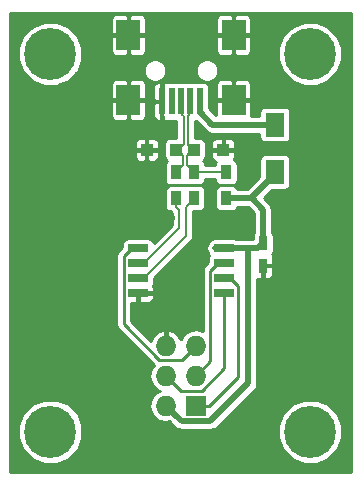
<source format=gtl>
G04 #@! TF.FileFunction,Copper,L1,Top,Signal*
%FSLAX46Y46*%
G04 Gerber Fmt 4.6, Leading zero omitted, Abs format (unit mm)*
G04 Created by KiCad (PCBNEW 4.0.6) date Sunday, July 09, 2017 'PMt' 08:53:28 PM*
%MOMM*%
%LPD*%
G01*
G04 APERTURE LIST*
%ADD10C,0.100000*%
%ADD11C,4.400000*%
%ADD12C,0.600000*%
%ADD13R,0.900000X1.200000*%
%ADD14R,1.600000X2.000000*%
%ADD15R,0.500380X2.301240*%
%ADD16R,1.998980X2.499360*%
%ADD17R,1.700000X0.650000*%
%ADD18R,1.000000X1.000000*%
%ADD19R,0.750000X1.200000*%
%ADD20R,1.727200X1.727200*%
%ADD21O,1.727200X1.727200*%
%ADD22C,0.508000*%
%ADD23C,0.254000*%
%ADD24C,0.177800*%
G04 APERTURE END LIST*
D10*
D11*
X101755000Y-73960000D03*
X79755000Y-73960000D03*
X101755000Y-41960000D03*
D12*
X96255000Y-55960000D03*
D13*
X91895000Y-54200000D03*
X91895000Y-52000000D03*
D12*
X97155000Y-40386000D03*
X97155000Y-45212000D03*
X84455000Y-45720000D03*
X84455000Y-40386000D03*
X93218000Y-51054000D03*
X93218000Y-54356000D03*
X92329000Y-55880000D03*
X90043000Y-55880000D03*
X92329000Y-48260000D03*
X90043000Y-48260000D03*
X87755000Y-63960000D03*
D14*
X98755000Y-51960000D03*
X98755000Y-47960000D03*
D15*
X92405200Y-45994320D03*
X91605100Y-45994320D03*
X90805000Y-45994320D03*
X90004900Y-45994320D03*
X89204800Y-45994320D03*
D16*
X95255080Y-45895260D03*
X95255080Y-40396160D03*
X86354920Y-45895260D03*
X86354920Y-40396160D03*
D17*
X87155000Y-58420000D03*
X87155000Y-59690000D03*
X87155000Y-60960000D03*
X87155000Y-62230000D03*
X94455000Y-62230000D03*
X94455000Y-60960000D03*
X94455000Y-59690000D03*
X94455000Y-58420000D03*
D18*
X91895000Y-50100000D03*
X94395000Y-50100000D03*
X90395000Y-50100000D03*
X87895000Y-50100000D03*
D13*
X90395000Y-54200000D03*
X90395000Y-52000000D03*
X94645000Y-54200000D03*
X94645000Y-52000000D03*
D19*
X97755000Y-58010000D03*
X97755000Y-59910000D03*
D20*
X92075000Y-71755000D03*
D21*
X89535000Y-71755000D03*
X92075000Y-69215000D03*
X89535000Y-69215000D03*
X92075000Y-66675000D03*
X89535000Y-66675000D03*
D11*
X79755000Y-41960000D03*
D22*
X96520000Y-58420000D02*
X97345000Y-58420000D01*
X90855801Y-73075801D02*
X90398599Y-72618599D01*
X94455000Y-58420000D02*
X96520000Y-58420000D01*
X96520000Y-58420000D02*
X96520000Y-69860162D01*
X96520000Y-69860162D02*
X93304361Y-73075801D01*
X93304361Y-73075801D02*
X90855801Y-73075801D01*
X90398599Y-72618599D02*
X89535000Y-71755000D01*
X96795000Y-54200000D02*
X96795000Y-54120000D01*
X96795000Y-54120000D02*
X98755000Y-52160000D01*
X98755000Y-52160000D02*
X98755000Y-51960000D01*
X93727038Y-58420000D02*
X94455000Y-58420000D01*
X96795000Y-54200000D02*
X97755000Y-55160000D01*
X97755000Y-55160000D02*
X97755000Y-58010000D01*
X97345000Y-58420000D02*
X97755000Y-58010000D01*
X94645000Y-54200000D02*
X96795000Y-54200000D01*
D23*
X89204800Y-45994320D02*
X86453980Y-45994320D01*
X86453980Y-45994320D02*
X86354920Y-45895260D01*
X87895000Y-50100000D02*
X87895000Y-51446000D01*
X87895000Y-51446000D02*
X89535000Y-53086000D01*
X89535000Y-53086000D02*
X95885000Y-53086000D01*
X94395000Y-50100000D02*
X95532435Y-50100000D01*
X95532435Y-50100000D02*
X95885000Y-50452565D01*
X95885000Y-50452565D02*
X95885000Y-53086000D01*
X95885000Y-53086000D02*
X93345000Y-53086000D01*
D24*
X90805000Y-45994320D02*
X90928867Y-46118187D01*
X90928867Y-46118187D02*
X90928867Y-47135693D01*
X90928867Y-47135693D02*
X91022946Y-47229772D01*
X91022946Y-47229772D02*
X91022946Y-49588497D01*
X91022946Y-49588497D02*
X90511443Y-50100000D01*
X90511443Y-50100000D02*
X90395000Y-50100000D01*
X90395000Y-50100000D02*
X90510876Y-50100000D01*
X90510876Y-50100000D02*
X90956792Y-50545916D01*
X90956792Y-50545916D02*
X90956792Y-51412634D01*
X90956792Y-51412634D02*
X90395000Y-51974426D01*
X90395000Y-51974426D02*
X90395000Y-52000000D01*
X91605100Y-45994320D02*
X91605100Y-47010096D01*
X91605100Y-47010096D02*
X91397576Y-47217620D01*
X91397576Y-47217620D02*
X91397576Y-49712343D01*
X91895000Y-52000000D02*
X94645000Y-52000000D01*
X91397576Y-49712343D02*
X91785233Y-50100000D01*
X91785233Y-50100000D02*
X91895000Y-50100000D01*
X91895000Y-50100000D02*
X91794237Y-50100000D01*
X91794237Y-50100000D02*
X91314857Y-50579380D01*
X91895000Y-51976045D02*
X91895000Y-52000000D01*
X91314857Y-50579380D02*
X91314857Y-51395902D01*
X91314857Y-51395902D02*
X91895000Y-51976045D01*
D22*
X92405200Y-45994320D02*
X92405200Y-46894750D01*
X92405200Y-46894750D02*
X93470450Y-47960000D01*
X93470450Y-47960000D02*
X98755000Y-47960000D01*
X92405200Y-45994320D02*
X92405200Y-45678768D01*
D23*
X92075000Y-66675000D02*
X90881199Y-67868801D01*
X90881199Y-67868801D02*
X88961975Y-67868801D01*
X88961975Y-67868801D02*
X85974799Y-64881625D01*
X85974799Y-64881625D02*
X85974799Y-59075201D01*
X85974799Y-59075201D02*
X86630000Y-58420000D01*
X86630000Y-58420000D02*
X87155000Y-58420000D01*
D24*
X87155000Y-59690000D02*
X87680000Y-59690000D01*
X87680000Y-59690000D02*
X90635101Y-56734899D01*
X90635101Y-56734899D02*
X90635101Y-55217901D01*
X90635101Y-55217901D02*
X90395000Y-54977800D01*
X90395000Y-54977800D02*
X90395000Y-54200000D01*
X87155000Y-60960000D02*
X87680000Y-60960000D01*
X87680000Y-60960000D02*
X91267200Y-57372800D01*
X91267200Y-57372800D02*
X91267200Y-54977800D01*
X91267200Y-54977800D02*
X91895000Y-54350000D01*
X91895000Y-54350000D02*
X91895000Y-54200000D01*
D23*
X94455000Y-62230000D02*
X94455000Y-68601826D01*
X94455000Y-68601826D02*
X92571826Y-70485000D01*
X90805000Y-70485000D02*
X90398599Y-70078599D01*
X92571826Y-70485000D02*
X90805000Y-70485000D01*
X90398599Y-70078599D02*
X89535000Y-69215000D01*
X89382600Y-69215000D02*
X89611199Y-68986401D01*
X92075000Y-71755000D02*
X93192600Y-71755000D01*
X93192600Y-71755000D02*
X95635201Y-69312399D01*
X95635201Y-69312399D02*
X95635201Y-61615201D01*
X95635201Y-61615201D02*
X94980000Y-60960000D01*
X94980000Y-60960000D02*
X94455000Y-60960000D01*
X93930000Y-60960000D02*
X94455000Y-60960000D01*
X92075000Y-69215000D02*
X93274799Y-68015201D01*
X93274799Y-68015201D02*
X93274799Y-60345201D01*
X93274799Y-60345201D02*
X93930000Y-59690000D01*
X93930000Y-59690000D02*
X94455000Y-59690000D01*
X94980000Y-59690000D02*
X94455000Y-59690000D01*
G36*
X105172000Y-77377000D02*
X76338000Y-77377000D01*
X76338000Y-74496291D01*
X77046531Y-74496291D01*
X77457931Y-75491955D01*
X78219038Y-76254392D01*
X79213982Y-76667529D01*
X80291291Y-76668469D01*
X81286955Y-76257069D01*
X82049392Y-75495962D01*
X82462529Y-74501018D01*
X82462533Y-74496291D01*
X99046531Y-74496291D01*
X99457931Y-75491955D01*
X100219038Y-76254392D01*
X101213982Y-76667529D01*
X102291291Y-76668469D01*
X103286955Y-76257069D01*
X104049392Y-75495962D01*
X104462529Y-74501018D01*
X104463469Y-73423709D01*
X104052069Y-72428045D01*
X103290962Y-71665608D01*
X102296018Y-71252471D01*
X101218709Y-71251531D01*
X100223045Y-71662931D01*
X99460608Y-72424038D01*
X99047471Y-73418982D01*
X99046531Y-74496291D01*
X82462533Y-74496291D01*
X82463469Y-73423709D01*
X82052069Y-72428045D01*
X81290962Y-71665608D01*
X80296018Y-71252471D01*
X79218709Y-71251531D01*
X78223045Y-71662931D01*
X77460608Y-72424038D01*
X77047471Y-73418982D01*
X77046531Y-74496291D01*
X76338000Y-74496291D01*
X76338000Y-59075201D01*
X85339799Y-59075201D01*
X85339799Y-64881625D01*
X85388135Y-65124629D01*
X85525786Y-65330638D01*
X88499015Y-68303867D01*
X88240936Y-68690111D01*
X88136529Y-69215000D01*
X88240936Y-69739889D01*
X88538261Y-70184868D01*
X88983240Y-70482193D01*
X88997352Y-70485000D01*
X88983240Y-70487807D01*
X88538261Y-70785132D01*
X88240936Y-71230111D01*
X88136529Y-71755000D01*
X88240936Y-72279889D01*
X88538261Y-72724868D01*
X88983240Y-73022193D01*
X89508129Y-73126600D01*
X89561871Y-73126600D01*
X89784655Y-73082286D01*
X89859783Y-73157414D01*
X89859786Y-73157416D01*
X90316985Y-73614616D01*
X90564196Y-73779797D01*
X90855801Y-73837801D01*
X93304361Y-73837801D01*
X93595966Y-73779797D01*
X93843176Y-73614616D01*
X97058815Y-70398978D01*
X97223996Y-70151767D01*
X97264647Y-69947399D01*
X97282000Y-69860162D01*
X97282000Y-61018000D01*
X97564500Y-61018000D01*
X97691500Y-60891000D01*
X97691500Y-59973500D01*
X97818500Y-59973500D01*
X97818500Y-60891000D01*
X97945500Y-61018000D01*
X98231048Y-61018000D01*
X98417759Y-60940661D01*
X98560662Y-60797758D01*
X98638000Y-60611047D01*
X98638000Y-60100500D01*
X98511000Y-59973500D01*
X97818500Y-59973500D01*
X97691500Y-59973500D01*
X97671500Y-59973500D01*
X97671500Y-59846500D01*
X97691500Y-59846500D01*
X97691500Y-59826500D01*
X97818500Y-59826500D01*
X97818500Y-59846500D01*
X98511000Y-59846500D01*
X98638000Y-59719500D01*
X98638000Y-59208953D01*
X98560662Y-59022242D01*
X98502738Y-58964318D01*
X98607145Y-58811512D01*
X98647952Y-58610000D01*
X98647952Y-57410000D01*
X98612530Y-57221747D01*
X98517000Y-57073289D01*
X98517000Y-55160000D01*
X98458996Y-54868395D01*
X98293815Y-54621185D01*
X97832630Y-54160000D01*
X98514679Y-53477952D01*
X99555000Y-53477952D01*
X99743253Y-53442530D01*
X99916153Y-53331272D01*
X100032145Y-53161512D01*
X100072952Y-52960000D01*
X100072952Y-50960000D01*
X100037530Y-50771747D01*
X99926272Y-50598847D01*
X99756512Y-50482855D01*
X99555000Y-50442048D01*
X97955000Y-50442048D01*
X97766747Y-50477470D01*
X97593847Y-50588728D01*
X97477855Y-50758488D01*
X97437048Y-50960000D01*
X97437048Y-52400321D01*
X96399370Y-53438000D01*
X95582470Y-53438000D01*
X95577530Y-53411747D01*
X95466272Y-53238847D01*
X95296512Y-53122855D01*
X95186905Y-53100659D01*
X95283253Y-53082530D01*
X95456153Y-52971272D01*
X95572145Y-52801512D01*
X95612952Y-52600000D01*
X95612952Y-51400000D01*
X95577530Y-51211747D01*
X95466272Y-51038847D01*
X95296512Y-50922855D01*
X95291566Y-50921854D01*
X95325661Y-50887759D01*
X95403000Y-50701048D01*
X95403000Y-50290500D01*
X95276000Y-50163500D01*
X94458500Y-50163500D01*
X94458500Y-50183500D01*
X94331500Y-50183500D01*
X94331500Y-50163500D01*
X93514000Y-50163500D01*
X93387000Y-50290500D01*
X93387000Y-50701048D01*
X93464339Y-50887759D01*
X93607242Y-51030662D01*
X93782831Y-51103393D01*
X93717855Y-51198488D01*
X93677048Y-51400000D01*
X93677048Y-51403100D01*
X92862952Y-51403100D01*
X92862952Y-51400000D01*
X92827530Y-51211747D01*
X92716272Y-51038847D01*
X92684682Y-51017262D01*
X92756153Y-50971272D01*
X92872145Y-50801512D01*
X92912952Y-50600000D01*
X92912952Y-49600000D01*
X92893939Y-49498952D01*
X93387000Y-49498952D01*
X93387000Y-49909500D01*
X93514000Y-50036500D01*
X94331500Y-50036500D01*
X94331500Y-49219000D01*
X94458500Y-49219000D01*
X94458500Y-50036500D01*
X95276000Y-50036500D01*
X95403000Y-49909500D01*
X95403000Y-49498952D01*
X95325661Y-49312241D01*
X95182758Y-49169338D01*
X94996047Y-49092000D01*
X94585500Y-49092000D01*
X94458500Y-49219000D01*
X94331500Y-49219000D01*
X94204500Y-49092000D01*
X93793953Y-49092000D01*
X93607242Y-49169338D01*
X93464339Y-49312241D01*
X93387000Y-49498952D01*
X92893939Y-49498952D01*
X92877530Y-49411747D01*
X92766272Y-49238847D01*
X92596512Y-49122855D01*
X92395000Y-49082048D01*
X91994476Y-49082048D01*
X91994476Y-47636703D01*
X92010652Y-47633659D01*
X92080655Y-47647835D01*
X92931635Y-48498815D01*
X93178845Y-48663996D01*
X93470450Y-48722000D01*
X97437048Y-48722000D01*
X97437048Y-48960000D01*
X97472470Y-49148253D01*
X97583728Y-49321153D01*
X97753488Y-49437145D01*
X97955000Y-49477952D01*
X99555000Y-49477952D01*
X99743253Y-49442530D01*
X99916153Y-49331272D01*
X100032145Y-49161512D01*
X100072952Y-48960000D01*
X100072952Y-46960000D01*
X100037530Y-46771747D01*
X99926272Y-46598847D01*
X99756512Y-46482855D01*
X99555000Y-46442048D01*
X97955000Y-46442048D01*
X97766747Y-46477470D01*
X97593847Y-46588728D01*
X97477855Y-46758488D01*
X97437048Y-46960000D01*
X97437048Y-47198000D01*
X96762570Y-47198000D01*
X96762570Y-46085760D01*
X96635570Y-45958760D01*
X95318580Y-45958760D01*
X95318580Y-45978760D01*
X95191580Y-45978760D01*
X95191580Y-45958760D01*
X93874590Y-45958760D01*
X93747590Y-46085760D01*
X93747590Y-47159510D01*
X93173342Y-46585262D01*
X93173342Y-44843700D01*
X93137920Y-44655447D01*
X93066549Y-44544533D01*
X93747590Y-44544533D01*
X93747590Y-45704760D01*
X93874590Y-45831760D01*
X95191580Y-45831760D01*
X95191580Y-44264580D01*
X95318580Y-44264580D01*
X95318580Y-45831760D01*
X96635570Y-45831760D01*
X96762570Y-45704760D01*
X96762570Y-44544533D01*
X96685232Y-44357822D01*
X96542329Y-44214919D01*
X96355618Y-44137580D01*
X95445580Y-44137580D01*
X95318580Y-44264580D01*
X95191580Y-44264580D01*
X95064580Y-44137580D01*
X94154542Y-44137580D01*
X93967831Y-44214919D01*
X93824928Y-44357822D01*
X93747590Y-44544533D01*
X93066549Y-44544533D01*
X93026662Y-44482547D01*
X92856902Y-44366555D01*
X92655390Y-44325748D01*
X92155010Y-44325748D01*
X91999648Y-44354981D01*
X91855290Y-44325748D01*
X91354910Y-44325748D01*
X91199548Y-44354981D01*
X91055190Y-44325748D01*
X90554810Y-44325748D01*
X90399448Y-44354981D01*
X90255090Y-44325748D01*
X89754710Y-44325748D01*
X89601575Y-44354562D01*
X89556038Y-44335700D01*
X89395300Y-44335700D01*
X89268300Y-44462700D01*
X89268300Y-44687940D01*
X89236758Y-44843700D01*
X89236758Y-47144940D01*
X89268300Y-47312572D01*
X89268300Y-47525940D01*
X89395300Y-47652940D01*
X89556038Y-47652940D01*
X89605136Y-47632603D01*
X89754710Y-47662892D01*
X90255090Y-47662892D01*
X90410452Y-47633659D01*
X90426046Y-47636817D01*
X90426046Y-49082048D01*
X89895000Y-49082048D01*
X89706747Y-49117470D01*
X89533847Y-49228728D01*
X89417855Y-49398488D01*
X89377048Y-49600000D01*
X89377048Y-50600000D01*
X89412470Y-50788253D01*
X89523728Y-50961153D01*
X89603819Y-51015877D01*
X89583847Y-51028728D01*
X89467855Y-51198488D01*
X89427048Y-51400000D01*
X89427048Y-52600000D01*
X89462470Y-52788253D01*
X89573728Y-52961153D01*
X89743488Y-53077145D01*
X89853095Y-53099341D01*
X89756747Y-53117470D01*
X89583847Y-53228728D01*
X89467855Y-53398488D01*
X89427048Y-53600000D01*
X89427048Y-54800000D01*
X89462470Y-54988253D01*
X89573728Y-55161153D01*
X89743488Y-55277145D01*
X89913995Y-55311673D01*
X89972928Y-55399872D01*
X90038201Y-55465145D01*
X90038201Y-56487655D01*
X88508367Y-58017489D01*
X88487530Y-57906747D01*
X88376272Y-57733847D01*
X88206512Y-57617855D01*
X88005000Y-57577048D01*
X86305000Y-57577048D01*
X86116747Y-57612470D01*
X85943847Y-57723728D01*
X85827855Y-57893488D01*
X85787048Y-58095000D01*
X85787048Y-58364926D01*
X85525786Y-58626188D01*
X85388135Y-58832197D01*
X85339799Y-59075201D01*
X76338000Y-59075201D01*
X76338000Y-50290500D01*
X86887000Y-50290500D01*
X86887000Y-50701048D01*
X86964339Y-50887759D01*
X87107242Y-51030662D01*
X87293953Y-51108000D01*
X87704500Y-51108000D01*
X87831500Y-50981000D01*
X87831500Y-50163500D01*
X87958500Y-50163500D01*
X87958500Y-50981000D01*
X88085500Y-51108000D01*
X88496047Y-51108000D01*
X88682758Y-51030662D01*
X88825661Y-50887759D01*
X88903000Y-50701048D01*
X88903000Y-50290500D01*
X88776000Y-50163500D01*
X87958500Y-50163500D01*
X87831500Y-50163500D01*
X87014000Y-50163500D01*
X86887000Y-50290500D01*
X76338000Y-50290500D01*
X76338000Y-49498952D01*
X86887000Y-49498952D01*
X86887000Y-49909500D01*
X87014000Y-50036500D01*
X87831500Y-50036500D01*
X87831500Y-49219000D01*
X87958500Y-49219000D01*
X87958500Y-50036500D01*
X88776000Y-50036500D01*
X88903000Y-49909500D01*
X88903000Y-49498952D01*
X88825661Y-49312241D01*
X88682758Y-49169338D01*
X88496047Y-49092000D01*
X88085500Y-49092000D01*
X87958500Y-49219000D01*
X87831500Y-49219000D01*
X87704500Y-49092000D01*
X87293953Y-49092000D01*
X87107242Y-49169338D01*
X86964339Y-49312241D01*
X86887000Y-49498952D01*
X76338000Y-49498952D01*
X76338000Y-46085760D01*
X84847430Y-46085760D01*
X84847430Y-47245987D01*
X84924768Y-47432698D01*
X85067671Y-47575601D01*
X85254382Y-47652940D01*
X86164420Y-47652940D01*
X86291420Y-47525940D01*
X86291420Y-45958760D01*
X86418420Y-45958760D01*
X86418420Y-47525940D01*
X86545420Y-47652940D01*
X87455458Y-47652940D01*
X87642169Y-47575601D01*
X87785072Y-47432698D01*
X87862410Y-47245987D01*
X87862410Y-46184820D01*
X88446610Y-46184820D01*
X88446610Y-47245987D01*
X88523948Y-47432698D01*
X88666851Y-47575601D01*
X88853562Y-47652940D01*
X89014300Y-47652940D01*
X89141300Y-47525940D01*
X89141300Y-46057820D01*
X88573610Y-46057820D01*
X88446610Y-46184820D01*
X87862410Y-46184820D01*
X87862410Y-46085760D01*
X87735410Y-45958760D01*
X86418420Y-45958760D01*
X86291420Y-45958760D01*
X84974430Y-45958760D01*
X84847430Y-46085760D01*
X76338000Y-46085760D01*
X76338000Y-42496291D01*
X77046531Y-42496291D01*
X77457931Y-43491955D01*
X78219038Y-44254392D01*
X79213982Y-44667529D01*
X80291291Y-44668469D01*
X80591239Y-44544533D01*
X84847430Y-44544533D01*
X84847430Y-45704760D01*
X84974430Y-45831760D01*
X86291420Y-45831760D01*
X86291420Y-44264580D01*
X86418420Y-44264580D01*
X86418420Y-45831760D01*
X87735410Y-45831760D01*
X87862410Y-45704760D01*
X87862410Y-44742653D01*
X88446610Y-44742653D01*
X88446610Y-45803820D01*
X88573610Y-45930820D01*
X89141300Y-45930820D01*
X89141300Y-44462700D01*
X89014300Y-44335700D01*
X88853562Y-44335700D01*
X88666851Y-44413039D01*
X88523948Y-44555942D01*
X88446610Y-44742653D01*
X87862410Y-44742653D01*
X87862410Y-44544533D01*
X87785072Y-44357822D01*
X87642169Y-44214919D01*
X87455458Y-44137580D01*
X86545420Y-44137580D01*
X86418420Y-44264580D01*
X86291420Y-44264580D01*
X86164420Y-44137580D01*
X85254382Y-44137580D01*
X85067671Y-44214919D01*
X84924768Y-44357822D01*
X84847430Y-44544533D01*
X80591239Y-44544533D01*
X81286955Y-44257069D01*
X81959658Y-43585539D01*
X87647614Y-43585539D01*
X87793090Y-43937617D01*
X88062226Y-44207223D01*
X88414050Y-44353313D01*
X88794999Y-44353646D01*
X89147077Y-44208170D01*
X89416683Y-43939034D01*
X89562773Y-43587210D01*
X89562774Y-43585539D01*
X92046894Y-43585539D01*
X92192370Y-43937617D01*
X92461506Y-44207223D01*
X92813330Y-44353313D01*
X93194279Y-44353646D01*
X93546357Y-44208170D01*
X93815963Y-43939034D01*
X93962053Y-43587210D01*
X93962386Y-43206261D01*
X93816910Y-42854183D01*
X93547774Y-42584577D01*
X93335158Y-42496291D01*
X99046531Y-42496291D01*
X99457931Y-43491955D01*
X100219038Y-44254392D01*
X101213982Y-44667529D01*
X102291291Y-44668469D01*
X103286955Y-44257069D01*
X104049392Y-43495962D01*
X104462529Y-42501018D01*
X104463469Y-41423709D01*
X104052069Y-40428045D01*
X103290962Y-39665608D01*
X102296018Y-39252471D01*
X101218709Y-39251531D01*
X100223045Y-39662931D01*
X99460608Y-40424038D01*
X99047471Y-41418982D01*
X99046531Y-42496291D01*
X93335158Y-42496291D01*
X93195950Y-42438487D01*
X92815001Y-42438154D01*
X92462923Y-42583630D01*
X92193317Y-42852766D01*
X92047227Y-43204590D01*
X92046894Y-43585539D01*
X89562774Y-43585539D01*
X89563106Y-43206261D01*
X89417630Y-42854183D01*
X89148494Y-42584577D01*
X88796670Y-42438487D01*
X88415721Y-42438154D01*
X88063643Y-42583630D01*
X87794037Y-42852766D01*
X87647947Y-43204590D01*
X87647614Y-43585539D01*
X81959658Y-43585539D01*
X82049392Y-43495962D01*
X82462529Y-42501018D01*
X82463469Y-41423709D01*
X82117608Y-40586660D01*
X84847430Y-40586660D01*
X84847430Y-41746887D01*
X84924768Y-41933598D01*
X85067671Y-42076501D01*
X85254382Y-42153840D01*
X86164420Y-42153840D01*
X86291420Y-42026840D01*
X86291420Y-40459660D01*
X86418420Y-40459660D01*
X86418420Y-42026840D01*
X86545420Y-42153840D01*
X87455458Y-42153840D01*
X87642169Y-42076501D01*
X87785072Y-41933598D01*
X87862410Y-41746887D01*
X87862410Y-40586660D01*
X93747590Y-40586660D01*
X93747590Y-41746887D01*
X93824928Y-41933598D01*
X93967831Y-42076501D01*
X94154542Y-42153840D01*
X95064580Y-42153840D01*
X95191580Y-42026840D01*
X95191580Y-40459660D01*
X95318580Y-40459660D01*
X95318580Y-42026840D01*
X95445580Y-42153840D01*
X96355618Y-42153840D01*
X96542329Y-42076501D01*
X96685232Y-41933598D01*
X96762570Y-41746887D01*
X96762570Y-40586660D01*
X96635570Y-40459660D01*
X95318580Y-40459660D01*
X95191580Y-40459660D01*
X93874590Y-40459660D01*
X93747590Y-40586660D01*
X87862410Y-40586660D01*
X87735410Y-40459660D01*
X86418420Y-40459660D01*
X86291420Y-40459660D01*
X84974430Y-40459660D01*
X84847430Y-40586660D01*
X82117608Y-40586660D01*
X82052069Y-40428045D01*
X81290962Y-39665608D01*
X80296018Y-39252471D01*
X79218709Y-39251531D01*
X78223045Y-39662931D01*
X77460608Y-40424038D01*
X77047471Y-41418982D01*
X77046531Y-42496291D01*
X76338000Y-42496291D01*
X76338000Y-39045433D01*
X84847430Y-39045433D01*
X84847430Y-40205660D01*
X84974430Y-40332660D01*
X86291420Y-40332660D01*
X86291420Y-38765480D01*
X86418420Y-38765480D01*
X86418420Y-40332660D01*
X87735410Y-40332660D01*
X87862410Y-40205660D01*
X87862410Y-39045433D01*
X93747590Y-39045433D01*
X93747590Y-40205660D01*
X93874590Y-40332660D01*
X95191580Y-40332660D01*
X95191580Y-38765480D01*
X95318580Y-38765480D01*
X95318580Y-40332660D01*
X96635570Y-40332660D01*
X96762570Y-40205660D01*
X96762570Y-39045433D01*
X96685232Y-38858722D01*
X96542329Y-38715819D01*
X96355618Y-38638480D01*
X95445580Y-38638480D01*
X95318580Y-38765480D01*
X95191580Y-38765480D01*
X95064580Y-38638480D01*
X94154542Y-38638480D01*
X93967831Y-38715819D01*
X93824928Y-38858722D01*
X93747590Y-39045433D01*
X87862410Y-39045433D01*
X87785072Y-38858722D01*
X87642169Y-38715819D01*
X87455458Y-38638480D01*
X86545420Y-38638480D01*
X86418420Y-38765480D01*
X86291420Y-38765480D01*
X86164420Y-38638480D01*
X85254382Y-38638480D01*
X85067671Y-38715819D01*
X84924768Y-38858722D01*
X84847430Y-39045433D01*
X76338000Y-39045433D01*
X76338000Y-38543000D01*
X105172000Y-38543000D01*
X105172000Y-77377000D01*
X105172000Y-77377000D01*
G37*
X105172000Y-77377000D02*
X76338000Y-77377000D01*
X76338000Y-74496291D01*
X77046531Y-74496291D01*
X77457931Y-75491955D01*
X78219038Y-76254392D01*
X79213982Y-76667529D01*
X80291291Y-76668469D01*
X81286955Y-76257069D01*
X82049392Y-75495962D01*
X82462529Y-74501018D01*
X82462533Y-74496291D01*
X99046531Y-74496291D01*
X99457931Y-75491955D01*
X100219038Y-76254392D01*
X101213982Y-76667529D01*
X102291291Y-76668469D01*
X103286955Y-76257069D01*
X104049392Y-75495962D01*
X104462529Y-74501018D01*
X104463469Y-73423709D01*
X104052069Y-72428045D01*
X103290962Y-71665608D01*
X102296018Y-71252471D01*
X101218709Y-71251531D01*
X100223045Y-71662931D01*
X99460608Y-72424038D01*
X99047471Y-73418982D01*
X99046531Y-74496291D01*
X82462533Y-74496291D01*
X82463469Y-73423709D01*
X82052069Y-72428045D01*
X81290962Y-71665608D01*
X80296018Y-71252471D01*
X79218709Y-71251531D01*
X78223045Y-71662931D01*
X77460608Y-72424038D01*
X77047471Y-73418982D01*
X77046531Y-74496291D01*
X76338000Y-74496291D01*
X76338000Y-59075201D01*
X85339799Y-59075201D01*
X85339799Y-64881625D01*
X85388135Y-65124629D01*
X85525786Y-65330638D01*
X88499015Y-68303867D01*
X88240936Y-68690111D01*
X88136529Y-69215000D01*
X88240936Y-69739889D01*
X88538261Y-70184868D01*
X88983240Y-70482193D01*
X88997352Y-70485000D01*
X88983240Y-70487807D01*
X88538261Y-70785132D01*
X88240936Y-71230111D01*
X88136529Y-71755000D01*
X88240936Y-72279889D01*
X88538261Y-72724868D01*
X88983240Y-73022193D01*
X89508129Y-73126600D01*
X89561871Y-73126600D01*
X89784655Y-73082286D01*
X89859783Y-73157414D01*
X89859786Y-73157416D01*
X90316985Y-73614616D01*
X90564196Y-73779797D01*
X90855801Y-73837801D01*
X93304361Y-73837801D01*
X93595966Y-73779797D01*
X93843176Y-73614616D01*
X97058815Y-70398978D01*
X97223996Y-70151767D01*
X97264647Y-69947399D01*
X97282000Y-69860162D01*
X97282000Y-61018000D01*
X97564500Y-61018000D01*
X97691500Y-60891000D01*
X97691500Y-59973500D01*
X97818500Y-59973500D01*
X97818500Y-60891000D01*
X97945500Y-61018000D01*
X98231048Y-61018000D01*
X98417759Y-60940661D01*
X98560662Y-60797758D01*
X98638000Y-60611047D01*
X98638000Y-60100500D01*
X98511000Y-59973500D01*
X97818500Y-59973500D01*
X97691500Y-59973500D01*
X97671500Y-59973500D01*
X97671500Y-59846500D01*
X97691500Y-59846500D01*
X97691500Y-59826500D01*
X97818500Y-59826500D01*
X97818500Y-59846500D01*
X98511000Y-59846500D01*
X98638000Y-59719500D01*
X98638000Y-59208953D01*
X98560662Y-59022242D01*
X98502738Y-58964318D01*
X98607145Y-58811512D01*
X98647952Y-58610000D01*
X98647952Y-57410000D01*
X98612530Y-57221747D01*
X98517000Y-57073289D01*
X98517000Y-55160000D01*
X98458996Y-54868395D01*
X98293815Y-54621185D01*
X97832630Y-54160000D01*
X98514679Y-53477952D01*
X99555000Y-53477952D01*
X99743253Y-53442530D01*
X99916153Y-53331272D01*
X100032145Y-53161512D01*
X100072952Y-52960000D01*
X100072952Y-50960000D01*
X100037530Y-50771747D01*
X99926272Y-50598847D01*
X99756512Y-50482855D01*
X99555000Y-50442048D01*
X97955000Y-50442048D01*
X97766747Y-50477470D01*
X97593847Y-50588728D01*
X97477855Y-50758488D01*
X97437048Y-50960000D01*
X97437048Y-52400321D01*
X96399370Y-53438000D01*
X95582470Y-53438000D01*
X95577530Y-53411747D01*
X95466272Y-53238847D01*
X95296512Y-53122855D01*
X95186905Y-53100659D01*
X95283253Y-53082530D01*
X95456153Y-52971272D01*
X95572145Y-52801512D01*
X95612952Y-52600000D01*
X95612952Y-51400000D01*
X95577530Y-51211747D01*
X95466272Y-51038847D01*
X95296512Y-50922855D01*
X95291566Y-50921854D01*
X95325661Y-50887759D01*
X95403000Y-50701048D01*
X95403000Y-50290500D01*
X95276000Y-50163500D01*
X94458500Y-50163500D01*
X94458500Y-50183500D01*
X94331500Y-50183500D01*
X94331500Y-50163500D01*
X93514000Y-50163500D01*
X93387000Y-50290500D01*
X93387000Y-50701048D01*
X93464339Y-50887759D01*
X93607242Y-51030662D01*
X93782831Y-51103393D01*
X93717855Y-51198488D01*
X93677048Y-51400000D01*
X93677048Y-51403100D01*
X92862952Y-51403100D01*
X92862952Y-51400000D01*
X92827530Y-51211747D01*
X92716272Y-51038847D01*
X92684682Y-51017262D01*
X92756153Y-50971272D01*
X92872145Y-50801512D01*
X92912952Y-50600000D01*
X92912952Y-49600000D01*
X92893939Y-49498952D01*
X93387000Y-49498952D01*
X93387000Y-49909500D01*
X93514000Y-50036500D01*
X94331500Y-50036500D01*
X94331500Y-49219000D01*
X94458500Y-49219000D01*
X94458500Y-50036500D01*
X95276000Y-50036500D01*
X95403000Y-49909500D01*
X95403000Y-49498952D01*
X95325661Y-49312241D01*
X95182758Y-49169338D01*
X94996047Y-49092000D01*
X94585500Y-49092000D01*
X94458500Y-49219000D01*
X94331500Y-49219000D01*
X94204500Y-49092000D01*
X93793953Y-49092000D01*
X93607242Y-49169338D01*
X93464339Y-49312241D01*
X93387000Y-49498952D01*
X92893939Y-49498952D01*
X92877530Y-49411747D01*
X92766272Y-49238847D01*
X92596512Y-49122855D01*
X92395000Y-49082048D01*
X91994476Y-49082048D01*
X91994476Y-47636703D01*
X92010652Y-47633659D01*
X92080655Y-47647835D01*
X92931635Y-48498815D01*
X93178845Y-48663996D01*
X93470450Y-48722000D01*
X97437048Y-48722000D01*
X97437048Y-48960000D01*
X97472470Y-49148253D01*
X97583728Y-49321153D01*
X97753488Y-49437145D01*
X97955000Y-49477952D01*
X99555000Y-49477952D01*
X99743253Y-49442530D01*
X99916153Y-49331272D01*
X100032145Y-49161512D01*
X100072952Y-48960000D01*
X100072952Y-46960000D01*
X100037530Y-46771747D01*
X99926272Y-46598847D01*
X99756512Y-46482855D01*
X99555000Y-46442048D01*
X97955000Y-46442048D01*
X97766747Y-46477470D01*
X97593847Y-46588728D01*
X97477855Y-46758488D01*
X97437048Y-46960000D01*
X97437048Y-47198000D01*
X96762570Y-47198000D01*
X96762570Y-46085760D01*
X96635570Y-45958760D01*
X95318580Y-45958760D01*
X95318580Y-45978760D01*
X95191580Y-45978760D01*
X95191580Y-45958760D01*
X93874590Y-45958760D01*
X93747590Y-46085760D01*
X93747590Y-47159510D01*
X93173342Y-46585262D01*
X93173342Y-44843700D01*
X93137920Y-44655447D01*
X93066549Y-44544533D01*
X93747590Y-44544533D01*
X93747590Y-45704760D01*
X93874590Y-45831760D01*
X95191580Y-45831760D01*
X95191580Y-44264580D01*
X95318580Y-44264580D01*
X95318580Y-45831760D01*
X96635570Y-45831760D01*
X96762570Y-45704760D01*
X96762570Y-44544533D01*
X96685232Y-44357822D01*
X96542329Y-44214919D01*
X96355618Y-44137580D01*
X95445580Y-44137580D01*
X95318580Y-44264580D01*
X95191580Y-44264580D01*
X95064580Y-44137580D01*
X94154542Y-44137580D01*
X93967831Y-44214919D01*
X93824928Y-44357822D01*
X93747590Y-44544533D01*
X93066549Y-44544533D01*
X93026662Y-44482547D01*
X92856902Y-44366555D01*
X92655390Y-44325748D01*
X92155010Y-44325748D01*
X91999648Y-44354981D01*
X91855290Y-44325748D01*
X91354910Y-44325748D01*
X91199548Y-44354981D01*
X91055190Y-44325748D01*
X90554810Y-44325748D01*
X90399448Y-44354981D01*
X90255090Y-44325748D01*
X89754710Y-44325748D01*
X89601575Y-44354562D01*
X89556038Y-44335700D01*
X89395300Y-44335700D01*
X89268300Y-44462700D01*
X89268300Y-44687940D01*
X89236758Y-44843700D01*
X89236758Y-47144940D01*
X89268300Y-47312572D01*
X89268300Y-47525940D01*
X89395300Y-47652940D01*
X89556038Y-47652940D01*
X89605136Y-47632603D01*
X89754710Y-47662892D01*
X90255090Y-47662892D01*
X90410452Y-47633659D01*
X90426046Y-47636817D01*
X90426046Y-49082048D01*
X89895000Y-49082048D01*
X89706747Y-49117470D01*
X89533847Y-49228728D01*
X89417855Y-49398488D01*
X89377048Y-49600000D01*
X89377048Y-50600000D01*
X89412470Y-50788253D01*
X89523728Y-50961153D01*
X89603819Y-51015877D01*
X89583847Y-51028728D01*
X89467855Y-51198488D01*
X89427048Y-51400000D01*
X89427048Y-52600000D01*
X89462470Y-52788253D01*
X89573728Y-52961153D01*
X89743488Y-53077145D01*
X89853095Y-53099341D01*
X89756747Y-53117470D01*
X89583847Y-53228728D01*
X89467855Y-53398488D01*
X89427048Y-53600000D01*
X89427048Y-54800000D01*
X89462470Y-54988253D01*
X89573728Y-55161153D01*
X89743488Y-55277145D01*
X89913995Y-55311673D01*
X89972928Y-55399872D01*
X90038201Y-55465145D01*
X90038201Y-56487655D01*
X88508367Y-58017489D01*
X88487530Y-57906747D01*
X88376272Y-57733847D01*
X88206512Y-57617855D01*
X88005000Y-57577048D01*
X86305000Y-57577048D01*
X86116747Y-57612470D01*
X85943847Y-57723728D01*
X85827855Y-57893488D01*
X85787048Y-58095000D01*
X85787048Y-58364926D01*
X85525786Y-58626188D01*
X85388135Y-58832197D01*
X85339799Y-59075201D01*
X76338000Y-59075201D01*
X76338000Y-50290500D01*
X86887000Y-50290500D01*
X86887000Y-50701048D01*
X86964339Y-50887759D01*
X87107242Y-51030662D01*
X87293953Y-51108000D01*
X87704500Y-51108000D01*
X87831500Y-50981000D01*
X87831500Y-50163500D01*
X87958500Y-50163500D01*
X87958500Y-50981000D01*
X88085500Y-51108000D01*
X88496047Y-51108000D01*
X88682758Y-51030662D01*
X88825661Y-50887759D01*
X88903000Y-50701048D01*
X88903000Y-50290500D01*
X88776000Y-50163500D01*
X87958500Y-50163500D01*
X87831500Y-50163500D01*
X87014000Y-50163500D01*
X86887000Y-50290500D01*
X76338000Y-50290500D01*
X76338000Y-49498952D01*
X86887000Y-49498952D01*
X86887000Y-49909500D01*
X87014000Y-50036500D01*
X87831500Y-50036500D01*
X87831500Y-49219000D01*
X87958500Y-49219000D01*
X87958500Y-50036500D01*
X88776000Y-50036500D01*
X88903000Y-49909500D01*
X88903000Y-49498952D01*
X88825661Y-49312241D01*
X88682758Y-49169338D01*
X88496047Y-49092000D01*
X88085500Y-49092000D01*
X87958500Y-49219000D01*
X87831500Y-49219000D01*
X87704500Y-49092000D01*
X87293953Y-49092000D01*
X87107242Y-49169338D01*
X86964339Y-49312241D01*
X86887000Y-49498952D01*
X76338000Y-49498952D01*
X76338000Y-46085760D01*
X84847430Y-46085760D01*
X84847430Y-47245987D01*
X84924768Y-47432698D01*
X85067671Y-47575601D01*
X85254382Y-47652940D01*
X86164420Y-47652940D01*
X86291420Y-47525940D01*
X86291420Y-45958760D01*
X86418420Y-45958760D01*
X86418420Y-47525940D01*
X86545420Y-47652940D01*
X87455458Y-47652940D01*
X87642169Y-47575601D01*
X87785072Y-47432698D01*
X87862410Y-47245987D01*
X87862410Y-46184820D01*
X88446610Y-46184820D01*
X88446610Y-47245987D01*
X88523948Y-47432698D01*
X88666851Y-47575601D01*
X88853562Y-47652940D01*
X89014300Y-47652940D01*
X89141300Y-47525940D01*
X89141300Y-46057820D01*
X88573610Y-46057820D01*
X88446610Y-46184820D01*
X87862410Y-46184820D01*
X87862410Y-46085760D01*
X87735410Y-45958760D01*
X86418420Y-45958760D01*
X86291420Y-45958760D01*
X84974430Y-45958760D01*
X84847430Y-46085760D01*
X76338000Y-46085760D01*
X76338000Y-42496291D01*
X77046531Y-42496291D01*
X77457931Y-43491955D01*
X78219038Y-44254392D01*
X79213982Y-44667529D01*
X80291291Y-44668469D01*
X80591239Y-44544533D01*
X84847430Y-44544533D01*
X84847430Y-45704760D01*
X84974430Y-45831760D01*
X86291420Y-45831760D01*
X86291420Y-44264580D01*
X86418420Y-44264580D01*
X86418420Y-45831760D01*
X87735410Y-45831760D01*
X87862410Y-45704760D01*
X87862410Y-44742653D01*
X88446610Y-44742653D01*
X88446610Y-45803820D01*
X88573610Y-45930820D01*
X89141300Y-45930820D01*
X89141300Y-44462700D01*
X89014300Y-44335700D01*
X88853562Y-44335700D01*
X88666851Y-44413039D01*
X88523948Y-44555942D01*
X88446610Y-44742653D01*
X87862410Y-44742653D01*
X87862410Y-44544533D01*
X87785072Y-44357822D01*
X87642169Y-44214919D01*
X87455458Y-44137580D01*
X86545420Y-44137580D01*
X86418420Y-44264580D01*
X86291420Y-44264580D01*
X86164420Y-44137580D01*
X85254382Y-44137580D01*
X85067671Y-44214919D01*
X84924768Y-44357822D01*
X84847430Y-44544533D01*
X80591239Y-44544533D01*
X81286955Y-44257069D01*
X81959658Y-43585539D01*
X87647614Y-43585539D01*
X87793090Y-43937617D01*
X88062226Y-44207223D01*
X88414050Y-44353313D01*
X88794999Y-44353646D01*
X89147077Y-44208170D01*
X89416683Y-43939034D01*
X89562773Y-43587210D01*
X89562774Y-43585539D01*
X92046894Y-43585539D01*
X92192370Y-43937617D01*
X92461506Y-44207223D01*
X92813330Y-44353313D01*
X93194279Y-44353646D01*
X93546357Y-44208170D01*
X93815963Y-43939034D01*
X93962053Y-43587210D01*
X93962386Y-43206261D01*
X93816910Y-42854183D01*
X93547774Y-42584577D01*
X93335158Y-42496291D01*
X99046531Y-42496291D01*
X99457931Y-43491955D01*
X100219038Y-44254392D01*
X101213982Y-44667529D01*
X102291291Y-44668469D01*
X103286955Y-44257069D01*
X104049392Y-43495962D01*
X104462529Y-42501018D01*
X104463469Y-41423709D01*
X104052069Y-40428045D01*
X103290962Y-39665608D01*
X102296018Y-39252471D01*
X101218709Y-39251531D01*
X100223045Y-39662931D01*
X99460608Y-40424038D01*
X99047471Y-41418982D01*
X99046531Y-42496291D01*
X93335158Y-42496291D01*
X93195950Y-42438487D01*
X92815001Y-42438154D01*
X92462923Y-42583630D01*
X92193317Y-42852766D01*
X92047227Y-43204590D01*
X92046894Y-43585539D01*
X89562774Y-43585539D01*
X89563106Y-43206261D01*
X89417630Y-42854183D01*
X89148494Y-42584577D01*
X88796670Y-42438487D01*
X88415721Y-42438154D01*
X88063643Y-42583630D01*
X87794037Y-42852766D01*
X87647947Y-43204590D01*
X87647614Y-43585539D01*
X81959658Y-43585539D01*
X82049392Y-43495962D01*
X82462529Y-42501018D01*
X82463469Y-41423709D01*
X82117608Y-40586660D01*
X84847430Y-40586660D01*
X84847430Y-41746887D01*
X84924768Y-41933598D01*
X85067671Y-42076501D01*
X85254382Y-42153840D01*
X86164420Y-42153840D01*
X86291420Y-42026840D01*
X86291420Y-40459660D01*
X86418420Y-40459660D01*
X86418420Y-42026840D01*
X86545420Y-42153840D01*
X87455458Y-42153840D01*
X87642169Y-42076501D01*
X87785072Y-41933598D01*
X87862410Y-41746887D01*
X87862410Y-40586660D01*
X93747590Y-40586660D01*
X93747590Y-41746887D01*
X93824928Y-41933598D01*
X93967831Y-42076501D01*
X94154542Y-42153840D01*
X95064580Y-42153840D01*
X95191580Y-42026840D01*
X95191580Y-40459660D01*
X95318580Y-40459660D01*
X95318580Y-42026840D01*
X95445580Y-42153840D01*
X96355618Y-42153840D01*
X96542329Y-42076501D01*
X96685232Y-41933598D01*
X96762570Y-41746887D01*
X96762570Y-40586660D01*
X96635570Y-40459660D01*
X95318580Y-40459660D01*
X95191580Y-40459660D01*
X93874590Y-40459660D01*
X93747590Y-40586660D01*
X87862410Y-40586660D01*
X87735410Y-40459660D01*
X86418420Y-40459660D01*
X86291420Y-40459660D01*
X84974430Y-40459660D01*
X84847430Y-40586660D01*
X82117608Y-40586660D01*
X82052069Y-40428045D01*
X81290962Y-39665608D01*
X80296018Y-39252471D01*
X79218709Y-39251531D01*
X78223045Y-39662931D01*
X77460608Y-40424038D01*
X77047471Y-41418982D01*
X77046531Y-42496291D01*
X76338000Y-42496291D01*
X76338000Y-39045433D01*
X84847430Y-39045433D01*
X84847430Y-40205660D01*
X84974430Y-40332660D01*
X86291420Y-40332660D01*
X86291420Y-38765480D01*
X86418420Y-38765480D01*
X86418420Y-40332660D01*
X87735410Y-40332660D01*
X87862410Y-40205660D01*
X87862410Y-39045433D01*
X93747590Y-39045433D01*
X93747590Y-40205660D01*
X93874590Y-40332660D01*
X95191580Y-40332660D01*
X95191580Y-38765480D01*
X95318580Y-38765480D01*
X95318580Y-40332660D01*
X96635570Y-40332660D01*
X96762570Y-40205660D01*
X96762570Y-39045433D01*
X96685232Y-38858722D01*
X96542329Y-38715819D01*
X96355618Y-38638480D01*
X95445580Y-38638480D01*
X95318580Y-38765480D01*
X95191580Y-38765480D01*
X95064580Y-38638480D01*
X94154542Y-38638480D01*
X93967831Y-38715819D01*
X93824928Y-38858722D01*
X93747590Y-39045433D01*
X87862410Y-39045433D01*
X87785072Y-38858722D01*
X87642169Y-38715819D01*
X87455458Y-38638480D01*
X86545420Y-38638480D01*
X86418420Y-38765480D01*
X86291420Y-38765480D01*
X86164420Y-38638480D01*
X85254382Y-38638480D01*
X85067671Y-38715819D01*
X84924768Y-38858722D01*
X84847430Y-39045433D01*
X76338000Y-39045433D01*
X76338000Y-38543000D01*
X105172000Y-38543000D01*
X105172000Y-77377000D01*
G36*
X93677048Y-52600000D02*
X93712470Y-52788253D01*
X93823728Y-52961153D01*
X93993488Y-53077145D01*
X94103095Y-53099341D01*
X94006747Y-53117470D01*
X93833847Y-53228728D01*
X93717855Y-53398488D01*
X93677048Y-53600000D01*
X93677048Y-54800000D01*
X93712470Y-54988253D01*
X93823728Y-55161153D01*
X93993488Y-55277145D01*
X94195000Y-55317952D01*
X95095000Y-55317952D01*
X95283253Y-55282530D01*
X95456153Y-55171272D01*
X95572145Y-55001512D01*
X95580146Y-54962000D01*
X96479370Y-54962000D01*
X96993000Y-55475630D01*
X96993000Y-57076556D01*
X96902855Y-57208488D01*
X96862048Y-57410000D01*
X96862048Y-57658000D01*
X95565266Y-57658000D01*
X95506512Y-57617855D01*
X95305000Y-57577048D01*
X93605000Y-57577048D01*
X93416747Y-57612470D01*
X93243847Y-57723728D01*
X93127855Y-57893488D01*
X93105178Y-58005470D01*
X93023042Y-58128395D01*
X92965038Y-58420000D01*
X93023042Y-58711605D01*
X93103391Y-58831855D01*
X93122470Y-58933253D01*
X93201379Y-59055882D01*
X93127855Y-59163488D01*
X93087048Y-59365000D01*
X93087048Y-59634926D01*
X92825786Y-59896188D01*
X92688135Y-60102197D01*
X92639799Y-60345201D01*
X92639799Y-65416519D01*
X92626760Y-65407807D01*
X92101871Y-65303400D01*
X92048129Y-65303400D01*
X91523240Y-65407807D01*
X91078261Y-65705132D01*
X90780936Y-66150111D01*
X90779229Y-66158693D01*
X90680788Y-65921027D01*
X90305037Y-65539946D01*
X89812055Y-65331667D01*
X89598500Y-65431865D01*
X89598500Y-66611500D01*
X89618500Y-66611500D01*
X89618500Y-66738500D01*
X89598500Y-66738500D01*
X89598500Y-66758500D01*
X89471500Y-66758500D01*
X89471500Y-66738500D01*
X89451500Y-66738500D01*
X89451500Y-66611500D01*
X89471500Y-66611500D01*
X89471500Y-65431865D01*
X89257945Y-65331667D01*
X88764963Y-65539946D01*
X88389212Y-65921027D01*
X88249510Y-66258310D01*
X86609799Y-64618599D01*
X86609799Y-63063000D01*
X86964500Y-63063000D01*
X87091500Y-62936000D01*
X87091500Y-62293500D01*
X87218500Y-62293500D01*
X87218500Y-62936000D01*
X87345500Y-63063000D01*
X88106047Y-63063000D01*
X88292758Y-62985662D01*
X88435661Y-62842759D01*
X88513000Y-62656048D01*
X88513000Y-62420500D01*
X88386000Y-62293500D01*
X87218500Y-62293500D01*
X87091500Y-62293500D01*
X87071500Y-62293500D01*
X87071500Y-62166500D01*
X87091500Y-62166500D01*
X87091500Y-62146500D01*
X87218500Y-62146500D01*
X87218500Y-62166500D01*
X88386000Y-62166500D01*
X88513000Y-62039500D01*
X88513000Y-61803952D01*
X88435661Y-61617241D01*
X88410211Y-61591791D01*
X88482145Y-61486512D01*
X88522952Y-61285000D01*
X88522952Y-60961192D01*
X91689272Y-57794872D01*
X91818664Y-57601224D01*
X91864100Y-57372800D01*
X91864100Y-55317952D01*
X92345000Y-55317952D01*
X92533253Y-55282530D01*
X92706153Y-55171272D01*
X92822145Y-55001512D01*
X92862952Y-54800000D01*
X92862952Y-53600000D01*
X92827530Y-53411747D01*
X92716272Y-53238847D01*
X92546512Y-53122855D01*
X92436905Y-53100659D01*
X92533253Y-53082530D01*
X92706153Y-52971272D01*
X92822145Y-52801512D01*
X92862952Y-52600000D01*
X92862952Y-52596900D01*
X93677048Y-52596900D01*
X93677048Y-52600000D01*
X93677048Y-52600000D01*
G37*
X93677048Y-52600000D02*
X93712470Y-52788253D01*
X93823728Y-52961153D01*
X93993488Y-53077145D01*
X94103095Y-53099341D01*
X94006747Y-53117470D01*
X93833847Y-53228728D01*
X93717855Y-53398488D01*
X93677048Y-53600000D01*
X93677048Y-54800000D01*
X93712470Y-54988253D01*
X93823728Y-55161153D01*
X93993488Y-55277145D01*
X94195000Y-55317952D01*
X95095000Y-55317952D01*
X95283253Y-55282530D01*
X95456153Y-55171272D01*
X95572145Y-55001512D01*
X95580146Y-54962000D01*
X96479370Y-54962000D01*
X96993000Y-55475630D01*
X96993000Y-57076556D01*
X96902855Y-57208488D01*
X96862048Y-57410000D01*
X96862048Y-57658000D01*
X95565266Y-57658000D01*
X95506512Y-57617855D01*
X95305000Y-57577048D01*
X93605000Y-57577048D01*
X93416747Y-57612470D01*
X93243847Y-57723728D01*
X93127855Y-57893488D01*
X93105178Y-58005470D01*
X93023042Y-58128395D01*
X92965038Y-58420000D01*
X93023042Y-58711605D01*
X93103391Y-58831855D01*
X93122470Y-58933253D01*
X93201379Y-59055882D01*
X93127855Y-59163488D01*
X93087048Y-59365000D01*
X93087048Y-59634926D01*
X92825786Y-59896188D01*
X92688135Y-60102197D01*
X92639799Y-60345201D01*
X92639799Y-65416519D01*
X92626760Y-65407807D01*
X92101871Y-65303400D01*
X92048129Y-65303400D01*
X91523240Y-65407807D01*
X91078261Y-65705132D01*
X90780936Y-66150111D01*
X90779229Y-66158693D01*
X90680788Y-65921027D01*
X90305037Y-65539946D01*
X89812055Y-65331667D01*
X89598500Y-65431865D01*
X89598500Y-66611500D01*
X89618500Y-66611500D01*
X89618500Y-66738500D01*
X89598500Y-66738500D01*
X89598500Y-66758500D01*
X89471500Y-66758500D01*
X89471500Y-66738500D01*
X89451500Y-66738500D01*
X89451500Y-66611500D01*
X89471500Y-66611500D01*
X89471500Y-65431865D01*
X89257945Y-65331667D01*
X88764963Y-65539946D01*
X88389212Y-65921027D01*
X88249510Y-66258310D01*
X86609799Y-64618599D01*
X86609799Y-63063000D01*
X86964500Y-63063000D01*
X87091500Y-62936000D01*
X87091500Y-62293500D01*
X87218500Y-62293500D01*
X87218500Y-62936000D01*
X87345500Y-63063000D01*
X88106047Y-63063000D01*
X88292758Y-62985662D01*
X88435661Y-62842759D01*
X88513000Y-62656048D01*
X88513000Y-62420500D01*
X88386000Y-62293500D01*
X87218500Y-62293500D01*
X87091500Y-62293500D01*
X87071500Y-62293500D01*
X87071500Y-62166500D01*
X87091500Y-62166500D01*
X87091500Y-62146500D01*
X87218500Y-62146500D01*
X87218500Y-62166500D01*
X88386000Y-62166500D01*
X88513000Y-62039500D01*
X88513000Y-61803952D01*
X88435661Y-61617241D01*
X88410211Y-61591791D01*
X88482145Y-61486512D01*
X88522952Y-61285000D01*
X88522952Y-60961192D01*
X91689272Y-57794872D01*
X91818664Y-57601224D01*
X91864100Y-57372800D01*
X91864100Y-55317952D01*
X92345000Y-55317952D01*
X92533253Y-55282530D01*
X92706153Y-55171272D01*
X92822145Y-55001512D01*
X92862952Y-54800000D01*
X92862952Y-53600000D01*
X92827530Y-53411747D01*
X92716272Y-53238847D01*
X92546512Y-53122855D01*
X92436905Y-53100659D01*
X92533253Y-53082530D01*
X92706153Y-52971272D01*
X92822145Y-52801512D01*
X92862952Y-52600000D01*
X92862952Y-52596900D01*
X93677048Y-52596900D01*
X93677048Y-52600000D01*
M02*

</source>
